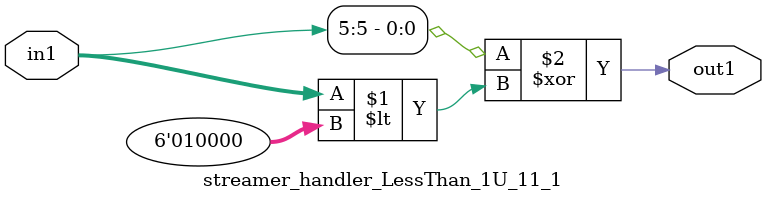
<source format=v>

`timescale 1ps / 1ps


module streamer_handler_LessThan_1U_11_1( in1, out1 );

    input [5:0] in1;
    output out1;

    
    // rtl_process:streamer_handler_LessThan_1U_11_1/streamer_handler_LessThan_1U_11_1_thread_1
    assign out1 = (in1[5] ^ in1 < 6'd16);

endmodule



</source>
